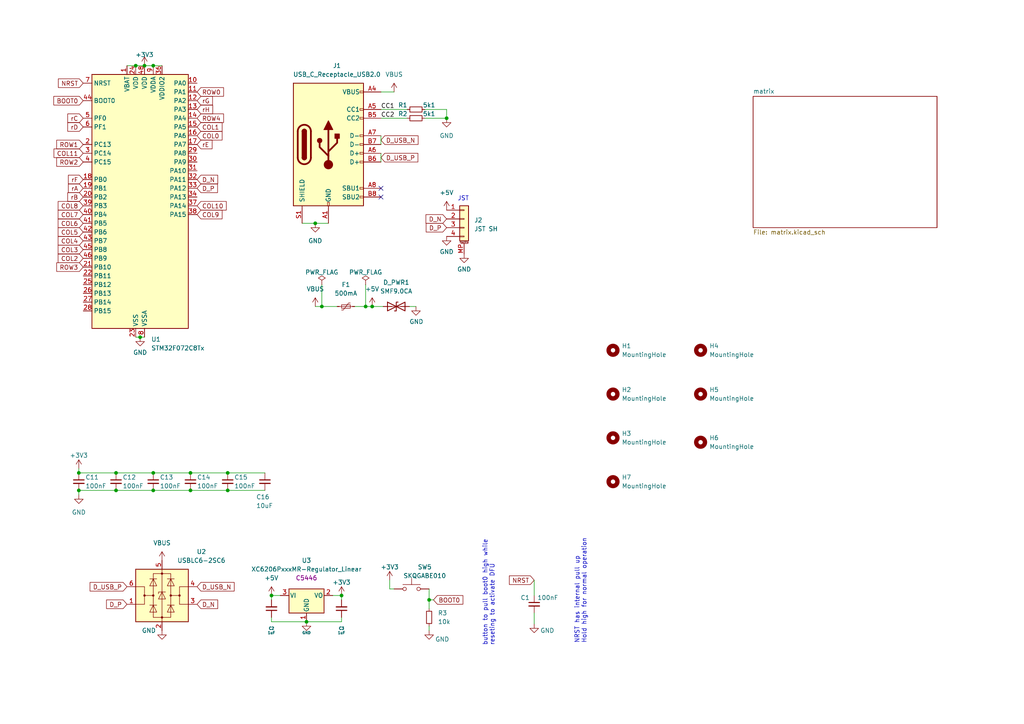
<source format=kicad_sch>
(kicad_sch (version 20231120) (generator "eeschema") (generator_version "8.0")
  (paper "A4")
  (lib_symbols
    (symbol "Connector:USB_C_Receptacle_USB2.0" (pin_names (offset 1.016))
      (property "Reference" "J" (at -10.16 19.05 0))
      (property "Value" "USB_C_Receptacle_USB2.0" (at 19.05 19.05 0))
      (symbol "USB_C_Receptacle_USB2.0_0_0"
        (rectangle (start -0.254 -17.78) (end 0.254 -16.764))
        (rectangle (start 10.16 -14.986) (end 9.144 -15.494))
        (rectangle (start 10.16 -12.446) (end 9.144 -12.954))
        (rectangle (start 10.16 -4.826) (end 9.144 -5.334))
        (rectangle (start 10.16 -2.286) (end 9.144 -2.794))
        (rectangle (start 10.16 0.254) (end 9.144 -0.254))
        (rectangle (start 10.16 2.794) (end 9.144 2.286))
        (rectangle (start 10.16 7.874) (end 9.144 7.366))
        (rectangle (start 10.16 10.414) (end 9.144 9.906))
        (rectangle (start 10.16 15.494) (end 9.144 14.986))
      )
      (symbol "USB_C_Receptacle_USB2.0_0_1"
        (rectangle (start -10.16 17.78) (end 10.16 -17.78) (stroke (width 0.254)) (fill (type background)))
        (arc (start -8.89 -3.81) (mid -6.985 -5.7067) (end -5.08 -3.81) (stroke (width 0.508)))
        (arc (start -7.62 -3.81) (mid -6.985 -4.4423) (end -6.35 -3.81) (stroke (width 0.254)))
        (arc (start -7.62 -3.81) (mid -6.985 -4.4423) (end -6.35 -3.81) (stroke (width 0.254)) (fill (type outline)))
        (rectangle (start -7.62 -3.81) (end -6.35 3.81) (stroke (width 0.254)) (fill (type outline)))
        (arc (start -6.35 3.81) (mid -6.985 4.4423) (end -7.62 3.81) (stroke (width 0.254)))
        (arc (start -6.35 3.81) (mid -6.985 4.4423) (end -7.62 3.81) (stroke (width 0.254)) (fill (type outline)))
        (arc (start -5.08 3.81) (mid -6.985 5.7067) (end -8.89 3.81) (stroke (width 0.508)))
        (circle (center -2.54 1.143) (radius 0.635) (stroke (width 0.254)) (fill (type outline)))
        (circle (center 0 -5.842) (radius 1.27) (fill (type outline)))
        (polyline (pts (xy -8.89 -3.81) (xy -8.89 3.81)) (stroke (width 0.508)))
        (polyline (pts (xy -5.08 3.81) (xy -5.08 -3.81)) (stroke (width 0.508)))
        (polyline (pts (xy 0 -5.842) (xy 0 4.318)) (stroke (width 0.508)))
        (polyline (pts (xy 0 -3.302) (xy -2.54 -0.762) (xy -2.54 0.508)) (stroke (width 0.508)))
        (polyline (pts (xy 0 -2.032) (xy 2.54 0.508) (xy 2.54 1.778)) (stroke (width 0.508)))
        (polyline (pts (xy -1.27 4.318) (xy 0 6.858) (xy 1.27 4.318) (xy -1.27 4.318)) (stroke (width 0.254)) (fill (type outline)))
        (rectangle (start 1.905 1.778) (end 3.175 3.048) (stroke (width 0.254)) (fill (type outline)))
      )
      (symbol "USB_C_Receptacle_USB2.0_1_1"
        (pin passive line (at 0 -22.86 90) (length 5.08) (name "GND") (number "A1"))
        (pin passive line (at 0 -22.86 90) (length 5.08) hide (name "GND") (number "A12"))
        (pin passive line (at 15.24 15.24 180) (length 5.08) (name "VBUS") (number "A4"))
        (pin bidirectional line (at 15.24 10.16 180) (length 5.08) (name "CC1") (number "A5"))
        (pin bidirectional line (at 15.24 -2.54 180) (length 5.08) (name "D+") (number "A6"))
        (pin bidirectional line (at 15.24 2.54 180) (length 5.08) (name "D-") (number "A7"))
        (pin bidirectional line (at 15.24 -12.7 180) (length 5.08) (name "SBU1") (number "A8"))
        (pin passive line (at 15.24 15.24 180) (length 5.08) hide (name "VBUS") (number "A9"))
        (pin passive line (at 0 -22.86 90) (length 5.08) hide (name "GND") (number "B1"))
        (pin passive line (at 0 -22.86 90) (length 5.08) hide (name "GND") (number "B12"))
        (pin passive line (at 15.24 15.24 180) (length 5.08) hide (name "VBUS") (number "B4"))
        (pin bidirectional line (at 15.24 7.62 180) (length 5.08) (name "CC2") (number "B5"))
        (pin bidirectional line (at 15.24 -5.08 180) (length 5.08) (name "D+") (number "B6"))
        (pin bidirectional line (at 15.24 0 180) (length 5.08) (name "D-") (number "B7"))
        (pin bidirectional line (at 15.24 -15.24 180) (length 5.08) (name "SBU2") (number "B8"))
        (pin passive line (at 15.24 15.24 180) (length 5.08) hide (name "VBUS") (number "B9"))
        (pin passive line (at -7.62 -22.86 90) (length 5.08) (name "SHIELD") (number "S1"))
      )
    )
    (symbol "Connector_Generic_MountingPin:Conn_01x04_MountingPin" (pin_names (offset 1.016) hide)
      (property "Reference" "J" (at 0 5.08 0))
      (property "Value" "Conn_01x04_MountingPin" (at 1.27 -7.62 0))
      (symbol "Conn_01x04_MountingPin_1_1"
        (rectangle (start -1.27 -4.953) (end 0 -5.207) (stroke (width 0.1524)))
        (rectangle (start -1.27 -2.413) (end 0 -2.667) (stroke (width 0.1524)))
        (rectangle (start -1.27 0.127) (end 0 -0.127) (stroke (width 0.1524)))
        (rectangle (start -1.27 2.667) (end 0 2.413) (stroke (width 0.1524)))
        (rectangle (start -1.27 3.81) (end 1.27 -6.35) (stroke (width 0.254)) (fill (type background)))
        (polyline (pts (xy -1.016 -7.112) (xy 1.016 -7.112)) (stroke (width 0.1524)))
        (text "Mounting" (at 0 -6.731 0) (effects (font (size 0.381 0.381))))
        (pin passive line (at -5.08 2.54 0) (length 3.81) (name "Pin_1") (number "1"))
        (pin passive line (at -5.08 0 0) (length 3.81) (name "Pin_2") (number "2"))
        (pin passive line (at -5.08 -2.54 0) (length 3.81) (name "Pin_3") (number "3"))
        (pin passive line (at -5.08 -5.08 0) (length 3.81) (name "Pin_4") (number "4"))
        (pin passive line (at 0 -10.16 90) (length 3.048) (name "MountPin") (number "MP"))
      )
    )
    (symbol "Device:C_Small" (pin_numbers hide) (pin_names (offset 0.254) hide)
      (property "Reference" "C" (at 0.254 1.778 0))
      (property "Value" "C_Small" (at 0.254 -2.032 0))
      (symbol "C_Small_0_1"
        (polyline (pts (xy -1.524 -0.508) (xy 1.524 -0.508)) (stroke (width 0.3302)))
        (polyline (pts (xy -1.524 0.508) (xy 1.524 0.508)) (stroke (width 0.3048)))
      )
      (symbol "C_Small_1_1"
        (pin passive line (at 0 2.54 270) (length 2.032) (name "~") (number "1"))
        (pin passive line (at 0 -2.54 90) (length 2.032) (name "~") (number "2"))
      )
    )
    (symbol "Device:D_TVS" (pin_numbers hide) (pin_names (offset 1.016) hide)
      (property "Reference" "D" (at 0 2.54 0))
      (property "Value" "D_TVS" (at 0 -2.54 0))
      (symbol "D_TVS_0_1"
        (polyline (pts (xy 1.27 0) (xy -1.27 0)))
        (polyline (pts (xy 0.508 1.27) (xy 0 1.27) (xy 0 -1.27) (xy -0.508 -1.27)) (stroke (width 0.254)))
        (polyline (pts (xy -2.54 1.27) (xy -2.54 -1.27) (xy 2.54 1.27) (xy 2.54 -1.27) (xy -2.54 1.27)) (stroke (width 0.254)))
      )
      (symbol "D_TVS_1_1"
        (pin passive line (at -3.81 0 0) (length 2.54) (name "A1") (number "1"))
        (pin passive line (at 3.81 0 180) (length 2.54) (name "A2") (number "2"))
      )
    )
    (symbol "Device:Polyfuse_Small" (pin_numbers hide) (pin_names (offset 0))
      (property "Reference" "F" (at -1.905 0 90))
      (property "Value" "Polyfuse_Small" (at 1.905 0 90))
      (symbol "Polyfuse_Small_0_1"
        (rectangle (start -0.508 1.27) (end 0.508 -1.27))
        (polyline (pts (xy 0 2.54) (xy 0 -2.54)))
        (polyline (pts (xy -1.016 1.27) (xy -1.016 0.762) (xy 1.016 -0.762) (xy 1.016 -1.27)))
      )
      (symbol "Polyfuse_Small_1_1"
        (pin passive line (at 0 2.54 270) (length 0.635) (name "~") (number "1"))
        (pin passive line (at 0 -2.54 90) (length 0.635) (name "~") (number "2"))
      )
    )
    (symbol "Device:R_Small" (pin_numbers hide) (pin_names (offset 0.254) hide)
      (property "Reference" "R" (at 0.762 0.508 0))
      (property "Value" "R_Small" (at 0.762 -1.016 0))
      (symbol "R_Small_0_1"
        (rectangle (start -0.762 1.778) (end 0.762 -1.778) (stroke (width 0.2032)))
      )
      (symbol "R_Small_1_1"
        (pin passive line (at 0 2.54 270) (length 0.762) (name "~") (number "1"))
        (pin passive line (at 0 -2.54 90) (length 0.762) (name "~") (number "2"))
      )
    )
    (symbol "GND_2" (power) (pin_names (offset 0))
      (property "Value" "GND_2" (at 0 -3.81 0))
      (symbol "GND_2_0_1"
        (polyline (pts (xy 0 0) (xy 0 -1.27) (xy 1.27 -1.27) (xy 0 -2.54) (xy -1.27 -1.27) (xy 0 -1.27)))
      )
      (symbol "GND_2_1_1"
        (pin power_in line (at 0 0 270) (length 0) hide (name "GND") (number "1"))
      )
    )
    (symbol "GND_4" (power) (pin_names (offset 0))
      (property "Value" "GND_4" (at 0 -3.81 0))
      (symbol "GND_4_0_1"
        (polyline (pts (xy 0 0) (xy 0 -1.27) (xy 1.27 -1.27) (xy 0 -2.54) (xy -1.27 -1.27) (xy 0 -1.27)))
      )
      (symbol "GND_4_1_1"
        (pin power_in line (at 0 0 270) (length 0) hide (name "GND") (number "1"))
      )
    )
    (symbol "MCU_ST_STM32F0:STM32F072C8Tx"
      (property "Reference" "U" (at -12.7 39.37 0))
      (property "Value" "STM32F072C8Tx" (at 10.16 39.37 0))
      (symbol "STM32F072C8Tx_0_1"
        (rectangle (start -12.7 -35.56) (end 15.24 38.1) (stroke (width 0.254)) (fill (type background)))
      )
      (symbol "STM32F072C8Tx_1_1"
        (pin power_in line (at -2.54 40.64 270) (length 2.54) (name "VBAT") (number "1"))
        (pin bidirectional line (at 17.78 35.56 180) (length 2.54) (name "PA0") (number "10"))
        (pin bidirectional line (at 17.78 33.02 180) (length 2.54) (name "PA1") (number "11"))
        (pin bidirectional line (at 17.78 30.48 180) (length 2.54) (name "PA2") (number "12"))
        (pin bidirectional line (at 17.78 27.94 180) (length 2.54) (name "PA3") (number "13"))
        (pin bidirectional line (at 17.78 25.4 180) (length 2.54) (name "PA4") (number "14"))
        (pin bidirectional line (at 17.78 22.86 180) (length 2.54) (name "PA5") (number "15"))
        (pin bidirectional line (at 17.78 20.32 180) (length 2.54) (name "PA6") (number "16"))
        (pin bidirectional line (at 17.78 17.78 180) (length 2.54) (name "PA7") (number "17"))
        (pin bidirectional line (at -15.24 7.62 0) (length 2.54) (name "PB0") (number "18"))
        (pin bidirectional line (at -15.24 5.08 0) (length 2.54) (name "PB1") (number "19"))
        (pin bidirectional line (at -15.24 17.78 0) (length 2.54) (name "PC13") (number "2"))
        (pin bidirectional line (at -15.24 2.54 0) (length 2.54) (name "PB2") (number "20"))
        (pin bidirectional line (at -15.24 -17.78 0) (length 2.54) (name "PB10") (number "21"))
        (pin bidirectional line (at -15.24 -20.32 0) (length 2.54) (name "PB11") (number "22"))
        (pin power_in line (at 0 -38.1 90) (length 2.54) (name "VSS") (number "23"))
        (pin power_in line (at 0 40.64 270) (length 2.54) (name "VDD") (number "24"))
        (pin bidirectional line (at -15.24 -22.86 0) (length 2.54) (name "PB12") (number "25"))
        (pin bidirectional line (at -15.24 -25.4 0) (length 2.54) (name "PB13") (number "26"))
        (pin bidirectional line (at -15.24 -27.94 0) (length 2.54) (name "PB14") (number "27"))
        (pin bidirectional line (at -15.24 -30.48 0) (length 2.54) (name "PB15") (number "28"))
        (pin bidirectional line (at 17.78 15.24 180) (length 2.54) (name "PA8") (number "29"))
        (pin bidirectional line (at -15.24 15.24 0) (length 2.54) (name "PC14") (number "3"))
        (pin bidirectional line (at 17.78 12.7 180) (length 2.54) (name "PA9") (number "30"))
        (pin bidirectional line (at 17.78 10.16 180) (length 2.54) (name "PA10") (number "31"))
        (pin bidirectional line (at 17.78 7.62 180) (length 2.54) (name "PA11") (number "32"))
        (pin bidirectional line (at 17.78 5.08 180) (length 2.54) (name "PA12") (number "33"))
        (pin bidirectional line (at 17.78 2.54 180) (length 2.54) (name "PA13") (number "34"))
        (pin passive line (at 0 -38.1 90) (length 2.54) hide (name "VSS") (number "35"))
        (pin power_in line (at 7.62 40.64 270) (length 2.54) (name "VDDIO2") (number "36"))
        (pin bidirectional line (at 17.78 0 180) (length 2.54) (name "PA14") (number "37"))
        (pin bidirectional line (at 17.78 -2.54 180) (length 2.54) (name "PA15") (number "38"))
        (pin bidirectional line (at -15.24 0 0) (length 2.54) (name "PB3") (number "39"))
        (pin bidirectional line (at -15.24 12.7 0) (length 2.54) (name "PC15") (number "4"))
        (pin bidirectional line (at -15.24 -2.54 0) (length 2.54) (name "PB4") (number "40"))
        (pin bidirectional line (at -15.24 -5.08 0) (length 2.54) (name "PB5") (number "41"))
        (pin bidirectional line (at -15.24 -7.62 0) (length 2.54) (name "PB6") (number "42"))
        (pin bidirectional line (at -15.24 -10.16 0) (length 2.54) (name "PB7") (number "43"))
        (pin input line (at -15.24 30.48 0) (length 2.54) (name "BOOT0") (number "44"))
        (pin bidirectional line (at -15.24 -12.7 0) (length 2.54) (name "PB8") (number "45"))
        (pin bidirectional line (at -15.24 -15.24 0) (length 2.54) (name "PB9") (number "46"))
        (pin passive line (at 0 -38.1 90) (length 2.54) hide (name "VSS") (number "47"))
        (pin power_in line (at 2.54 40.64 270) (length 2.54) (name "VDD") (number "48"))
        (pin bidirectional line (at -15.24 25.4 0) (length 2.54) (name "PF0") (number "5"))
        (pin bidirectional line (at -15.24 22.86 0) (length 2.54) (name "PF1") (number "6"))
        (pin input line (at -15.24 35.56 0) (length 2.54) (name "NRST") (number "7"))
        (pin power_in line (at 2.54 -38.1 90) (length 2.54) (name "VSSA") (number "8"))
        (pin power_in line (at 5.08 40.64 270) (length 2.54) (name "VDDA") (number "9"))
      )
    )
    (symbol "Mechanical:MountingHole" (pin_names (offset 1.016)) (exclude_from_sim yes) (in_bom no)
      (property "Reference" "H" (at 0 5.08 0))
      (property "Value" "MountingHole" (at 0 3.175 0))
      (symbol "MountingHole_0_1"
        (circle (center 0 0) (radius 1.27) (stroke (width 1.27)))
      )
    )
    (symbol "Power_Protection:USBLC6-2SC6" (pin_names hide)
      (property "Reference" "U" (at 2.54 8.89 0))
      (property "Value" "USBLC6-2SC6" (at 2.54 -8.89 0))
      (symbol "USBLC6-2SC6_0_1"
        (rectangle (start -7.62 -7.62) (end 7.62 7.62) (stroke (width 0.254)) (fill (type background)))
        (circle (center -5.08 0) (radius 0.254) (fill (type outline)))
        (circle (center -2.54 0) (radius 0.254) (fill (type outline)))
        (rectangle (start -2.54 6.35) (end 2.54 -6.35))
        (circle (center 0 -6.35) (radius 0.254) (fill (type outline)))
        (polyline (pts (xy -5.08 -2.54) (xy -7.62 -2.54)))
        (polyline (pts (xy -5.08 0) (xy -5.08 -2.54)))
        (polyline (pts (xy -5.08 2.54) (xy -7.62 2.54)))
        (polyline (pts (xy -1.524 -2.794) (xy -3.556 -2.794)))
        (polyline (pts (xy -1.524 4.826) (xy -3.556 4.826)))
        (polyline (pts (xy 0 -7.62) (xy 0 -6.35)))
        (polyline (pts (xy 0 -6.35) (xy 0 1.27)))
        (polyline (pts (xy 0 1.27) (xy 0 6.35)))
        (polyline (pts (xy 0 6.35) (xy 0 7.62)))
        (polyline (pts (xy 1.524 -2.794) (xy 3.556 -2.794)))
        (polyline (pts (xy 1.524 4.826) (xy 3.556 4.826)))
        (polyline (pts (xy 5.08 -2.54) (xy 7.62 -2.54)))
        (polyline (pts (xy 5.08 0) (xy 5.08 -2.54)))
        (polyline (pts (xy 5.08 2.54) (xy 7.62 2.54)))
        (polyline (pts (xy -2.54 0) (xy -5.08 0) (xy -5.08 2.54)))
        (polyline (pts (xy 2.54 0) (xy 5.08 0) (xy 5.08 2.54)))
        (polyline (pts (xy -3.556 -4.826) (xy -1.524 -4.826) (xy -2.54 -2.794) (xy -3.556 -4.826)))
        (polyline (pts (xy -3.556 2.794) (xy -1.524 2.794) (xy -2.54 4.826) (xy -3.556 2.794)))
        (polyline (pts (xy -1.016 -1.016) (xy 1.016 -1.016) (xy 0 1.016) (xy -1.016 -1.016)))
        (polyline (pts (xy 1.016 1.016) (xy 0.762 1.016) (xy -1.016 1.016) (xy -1.016 0.508)))
        (polyline (pts (xy 3.556 -4.826) (xy 1.524 -4.826) (xy 2.54 -2.794) (xy 3.556 -4.826)))
        (polyline (pts (xy 3.556 2.794) (xy 1.524 2.794) (xy 2.54 4.826) (xy 3.556 2.794)))
        (circle (center 0 6.35) (radius 0.254) (fill (type outline)))
        (circle (center 2.54 0) (radius 0.254) (fill (type outline)))
        (circle (center 5.08 0) (radius 0.254) (fill (type outline)))
      )
      (symbol "USBLC6-2SC6_1_1"
        (pin passive line (at -10.16 -2.54 0) (length 2.54) (name "I/O1") (number "1"))
        (pin passive line (at 0 -10.16 90) (length 2.54) (name "GND") (number "2"))
        (pin passive line (at 10.16 -2.54 180) (length 2.54) (name "I/O2") (number "3"))
        (pin passive line (at 10.16 2.54 180) (length 2.54) (name "I/O2") (number "4"))
        (pin passive line (at 0 10.16 270) (length 2.54) (name "VBUS") (number "5"))
        (pin passive line (at -10.16 2.54 0) (length 2.54) (name "I/O1") (number "6"))
      )
    )
    (symbol "Switch:SW_Push" (pin_numbers hide) (pin_names (offset 1.016) hide)
      (property "Reference" "SW" (at 1.27 2.54 0))
      (property "Value" "SW_Push" (at 0 -1.524 0))
      (symbol "SW_Push_0_1"
        (circle (center -2.032 0) (radius 0.508))
        (polyline (pts (xy 0 1.27) (xy 0 3.048)))
        (polyline (pts (xy 2.54 1.27) (xy -2.54 1.27)))
        (circle (center 2.032 0) (radius 0.508))
        (pin passive line (at -5.08 0 0) (length 2.54) (name "1") (number "1"))
        (pin passive line (at 5.08 0 180) (length 2.54) (name "2") (number "2"))
      )
    )
    (symbol "kicad-keyboard-parts:XC6206PxxxMR-Regulator_Linear" (pin_names (offset 0.254))
      (property "Reference" "U" (at -3.81 3.175 0))
      (property "Value" "XC6206PxxxMR-Regulator_Linear" (at 0 3.175 0))
      (property "LCSC" "C5446" (at 0 0 0))
      (symbol "XC6206PxxxMR-Regulator_Linear_0_1"
        (rectangle (start -5.08 1.905) (end 5.08 -5.08) (stroke (width 0.254)) (fill (type background)))
      )
      (symbol "XC6206PxxxMR-Regulator_Linear_1_1"
        (pin power_in line (at 0 -7.62 90) (length 2.54) (name "GND") (number "1"))
        (pin power_out line (at 7.62 0 180) (length 2.54) (name "VO") (number "2"))
        (pin power_in line (at -7.62 0 0) (length 2.54) (name "VI") (number "3"))
      )
    )
    (symbol "power:+3V3" (power) (pin_names (offset 0))
      (property "Value" "+3V3" (at 0 3.556 0))
      (symbol "+3V3_0_1"
        (polyline (pts (xy -0.762 1.27) (xy 0 2.54)))
        (polyline (pts (xy 0 0) (xy 0 2.54)))
        (polyline (pts (xy 0 2.54) (xy 0.762 1.27)))
      )
      (symbol "+3V3_1_1"
        (pin power_in line (at 0 0 90) (length 0) hide (name "+3V3") (number "1"))
      )
    )
    (symbol "power:+5V" (power) (pin_names (offset 0))
      (property "Value" "+5V" (at 0 3.556 0))
      (symbol "+5V_0_1"
        (polyline (pts (xy -0.762 1.27) (xy 0 2.54)))
        (polyline (pts (xy 0 0) (xy 0 2.54)))
        (polyline (pts (xy 0 2.54) (xy 0.762 1.27)))
      )
      (symbol "+5V_1_1"
        (pin power_in line (at 0 0 90) (length 0) hide (name "+5V") (number "1"))
      )
    )
    (symbol "power:GND" (power) (pin_names (offset 0))
      (property "Value" "GND" (at 0 -3.81 0))
      (symbol "GND_0_1"
        (polyline (pts (xy 0 0) (xy 0 -1.27) (xy 1.27 -1.27) (xy 0 -2.54) (xy -1.27 -1.27) (xy 0 -1.27)))
      )
      (symbol "GND_1_1"
        (pin power_in line (at 0 0 270) (length 0) hide (name "GND") (number "1"))
      )
    )
    (symbol "power:PWR_FLAG" (power) (pin_numbers hide) (pin_names (offset 0) hide)
      (property "Value" "PWR_FLAG" (at 0 3.81 0))
      (symbol "PWR_FLAG_0_0"
        (pin power_out line (at 0 0 90) (length 0) (name "pwr") (number "1"))
      )
      (symbol "PWR_FLAG_0_1"
        (polyline (pts (xy 0 0) (xy 0 1.27) (xy -1.016 1.905) (xy 0 2.54) (xy 1.016 1.905) (xy 0 1.27)))
      )
    )
    (symbol "power:VBUS" (power) (pin_names (offset 0))
      (property "Value" "VBUS" (at 0 3.81 0))
      (symbol "VBUS_0_1"
        (polyline (pts (xy -0.762 1.27) (xy 0 2.54)))
        (polyline (pts (xy 0 0) (xy 0 2.54)))
        (polyline (pts (xy 0 2.54) (xy 0.762 1.27)))
      )
      (symbol "VBUS_1_1"
        (pin power_in line (at 0 0 90) (length 0) hide (name "VBUS") (number "1"))
      )
    )
  )
  (junction (at 39.37 19.05))
  (junction (at 44.45 137.16))
  (junction (at 107.95 88.9))
  (junction (at 91.44 64.77))
  (junction (at 129.54 34.29))
  (junction (at 124.46 173.99))
  (junction (at 40.64 97.79))
  (junction (at 44.45 19.05))
  (junction (at 44.45 142.24))
  (junction (at 55.245 142.24))
  (junction (at 22.86 137.16))
  (junction (at 66.04 142.24))
  (junction (at 41.91 19.05))
  (junction (at 66.04 137.16))
  (junction (at 93.345 88.9))
  (junction (at 33.655 137.16))
  (junction (at 33.655 142.24))
  (junction (at 22.86 142.24))
  (junction (at 99.06 172.72))
  (junction (at 106.045 88.9))
  (junction (at 88.9 180.34) (diameter 0.9144))
  (junction (at 55.245 137.16))
  (junction (at 78.74 172.72) (diameter 0.9144))
  (no_connect (at 110.49 57.15))
  (no_connect (at 110.49 54.61))
  (wire (pts (xy 113.03 170.815) (xy 113.03 168.275)))
  (wire (pts (xy 36.83 19.05) (xy 39.37 19.05)))
  (wire (pts (xy 93.345 82.55) (xy 93.345 88.9)))
  (wire (pts (xy 102.87 88.9) (xy 106.045 88.9)))
  (wire (pts (xy 78.74 179.07) (xy 78.74 180.34)))
  (wire (pts (xy 40.64 97.79) (xy 41.91 97.79)))
  (wire (pts (xy 39.37 97.79) (xy 40.64 97.79)))
  (wire (pts (xy 22.86 135.89) (xy 22.86 137.16)))
  (wire (pts (xy 39.37 19.05) (xy 41.91 19.05)))
  (wire (pts (xy 78.74 172.72) (xy 81.28 172.72)))
  (wire (pts (xy 110.49 26.67) (xy 114.3 26.67)))
  (wire (pts (xy 66.04 137.16) (xy 76.835 137.16)))
  (wire (pts (xy 41.91 19.05) (xy 44.45 19.05)))
  (wire (pts (xy 110.49 44.45) (xy 110.49 46.99)))
  (wire (pts (xy 88.9 180.34) (xy 78.74 180.34)))
  (wire (pts (xy 33.655 137.16) (xy 44.45 137.16)))
  (wire (pts (xy 99.06 172.72) (xy 99.06 173.99)))
  (wire (pts (xy 55.245 137.16) (xy 66.04 137.16)))
  (wire (pts (xy 123.19 31.75) (xy 129.54 31.75)))
  (wire (pts (xy 88.9 180.34) (xy 99.06 180.34)))
  (wire (pts (xy 110.49 39.37) (xy 110.49 41.91)))
  (wire (pts (xy 44.45 19.05) (xy 46.99 19.05)))
  (wire (pts (xy 22.86 137.16) (xy 33.655 137.16)))
  (wire (pts (xy 124.46 173.99) (xy 125.73 173.99)))
  (wire (pts (xy 22.86 142.24) (xy 33.655 142.24)))
  (wire (pts (xy 96.52 172.72) (xy 99.06 172.72)))
  (wire (pts (xy 124.46 173.99) (xy 124.46 176.53)))
  (wire (pts (xy 107.95 88.9) (xy 111.125 88.9)))
  (wire (pts (xy 44.45 137.16) (xy 55.245 137.16)))
  (wire (pts (xy 91.44 64.77) (xy 95.25 64.77)))
  (wire (pts (xy 123.19 34.29) (xy 129.54 34.29)))
  (wire (pts (xy 110.49 34.29) (xy 118.11 34.29)))
  (wire (pts (xy 118.745 88.9) (xy 120.65 88.9)))
  (wire (pts (xy 66.04 142.24) (xy 76.835 142.24)))
  (wire (pts (xy 55.245 142.24) (xy 66.04 142.24)))
  (wire (pts (xy 106.045 82.55) (xy 106.045 88.9)))
  (wire (pts (xy 44.45 142.24) (xy 55.245 142.24)))
  (wire (pts (xy 33.655 142.24) (xy 44.45 142.24)))
  (wire (pts (xy 87.63 64.77) (xy 91.44 64.77)))
  (wire (pts (xy 124.46 181.61) (xy 124.46 182.88)))
  (wire (pts (xy 22.86 143.51) (xy 22.86 142.24)))
  (wire (pts (xy 106.045 88.9) (xy 107.95 88.9)))
  (wire (pts (xy 110.49 31.75) (xy 118.11 31.75)))
  (wire (pts (xy 154.94 168.275) (xy 154.94 172.72)))
  (wire (pts (xy 129.54 31.75) (xy 129.54 34.29)))
  (wire (pts (xy 114.3 170.815) (xy 113.03 170.815)))
  (wire (pts (xy 78.74 172.72) (xy 78.74 173.99)))
  (wire (pts (xy 99.06 179.07) (xy 99.06 180.34)))
  (wire (pts (xy 154.94 180.975) (xy 154.94 177.8)))
  (wire (pts (xy 124.46 170.815) (xy 124.46 173.99)))
  (wire (pts (xy 91.44 88.9) (xy 93.345 88.9)))
  (wire (pts (xy 93.345 88.9) (xy 97.79 88.9)))
  (text "button to pull boot0 high while \nreseting to activate DFU" (at 143.51 187.325 90) (effects (font (size 1.27 1.27)) (justify left bottom)))
  (text "NRST has internal pull up\nHold high for normal operation" (at 170.18 186.69 90) (effects (font (size 1.27 1.27)) (justify left bottom)))
  (text "JST" (at 132.715 58.42 0) (effects (font (size 1.27 1.27)) (justify left bottom)))
  (label "CC2" (at 110.49 34.29 0))
  (label "CC1" (at 110.49 31.75 0))
  (global_label "ROW0" (shape input) (at 57.15 26.67 0) (property "Intersheetrefs" "${INTERSHEET_REFS}" (effects (hide yes))))
  (global_label "COL7" (shape input) (at 24.13 62.23 180) (property "Intersheetrefs" "${INTERSHEET_REFS}" (effects (hide yes))))
  (global_label "D_N" (shape input) (at 57.15 52.07 0) (property "Intersheetrefs" "${INTERSHEET_REFS}" (effects (hide yes))))
  (global_label "NRST" (shape input) (at 24.13 24.13 180) (property "Intersheetrefs" "${INTERSHEET_REFS}" (effects (hide yes))))
  (global_label "D_USB_N" (shape input) (at 57.15 170.18 0) (property "Intersheetrefs" "${INTERSHEET_REFS}" (effects (hide yes))))
  (global_label "rB" (shape input) (at 24.13 57.15 180) (property "Intersheetrefs" "${INTERSHEET_REFS}" (effects (hide yes))))
  (global_label "rA" (shape input) (at 24.13 54.61 180) (property "Intersheetrefs" "${INTERSHEET_REFS}" (effects (hide yes))))
  (global_label "ROW1" (shape input) (at 24.13 41.91 180) (property "Intersheetrefs" "${INTERSHEET_REFS}" (effects (hide yes))))
  (global_label "COL11" (shape input) (at 24.13 44.45 180) (property "Intersheetrefs" "${INTERSHEET_REFS}" (effects (hide yes))))
  (global_label "COL2" (shape input) (at 24.13 74.93 180) (property "Intersheetrefs" "${INTERSHEET_REFS}" (effects (hide yes))))
  (global_label "D_N" (shape input) (at 129.54 63.5 180) (property "Intersheetrefs" "${INTERSHEET_REFS}" (effects (hide yes))))
  (global_label "rD" (shape input) (at 24.13 36.83 180) (property "Intersheetrefs" "${INTERSHEET_REFS}" (effects (hide yes))))
  (global_label "ROW4" (shape input) (at 57.15 34.29 0) (property "Intersheetrefs" "${INTERSHEET_REFS}" (effects (hide yes))))
  (global_label "COL1" (shape input) (at 57.15 36.83 0) (property "Intersheetrefs" "${INTERSHEET_REFS}" (effects (hide yes))))
  (global_label "NRST" (shape input) (at 154.94 168.275 180) (property "Intersheetrefs" "${INTERSHEET_REFS}" (effects (hide yes))))
  (global_label "COL10" (shape input) (at 57.15 59.69 0) (property "Intersheetrefs" "${INTERSHEET_REFS}" (effects (hide yes))))
  (global_label "D_USB_P" (shape input) (at 36.83 170.18 180) (property "Intersheetrefs" "${INTERSHEET_REFS}" (effects (hide yes))))
  (global_label "D_P" (shape input) (at 57.15 54.61 0) (property "Intersheetrefs" "${INTERSHEET_REFS}" (effects (hide yes))))
  (global_label "COL8" (shape input) (at 24.13 59.69 180) (property "Intersheetrefs" "${INTERSHEET_REFS}" (effects (hide yes))))
  (global_label "D_USB_N" (shape input) (at 110.49 40.64 0) (property "Intersheetrefs" "${INTERSHEET_REFS}" (effects (hide yes))))
  (global_label "BOOT0" (shape input) (at 125.73 173.99 0) (property "Intersheetrefs" "${INTERSHEET_REFS}" (effects (hide yes))))
  (global_label "BOOT0" (shape input) (at 24.13 29.21 180) (property "Intersheetrefs" "${INTERSHEET_REFS}" (effects (hide yes))))
  (global_label "rE" (shape input) (at 57.15 41.91 0) (property "Intersheetrefs" "${INTERSHEET_REFS}" (effects (hide yes))))
  (global_label "COL4" (shape input) (at 24.13 69.85 180) (property "Intersheetrefs" "${INTERSHEET_REFS}" (effects (hide yes))))
  (global_label "COL3" (shape input) (at 24.13 72.39 180) (property "Intersheetrefs" "${INTERSHEET_REFS}" (effects (hide yes))))
  (global_label "rH" (shape input) (at 57.15 31.75 0) (property "Intersheetrefs" "${INTERSHEET_REFS}" (effects (hide yes))))
  (global_label "ROW2" (shape input) (at 24.13 46.99 180) (property "Intersheetrefs" "${INTERSHEET_REFS}" (effects (hide yes))))
  (global_label "D_USB_P" (shape input) (at 110.49 45.72 0) (property "Intersheetrefs" "${INTERSHEET_REFS}" (effects (hide yes))))
  (global_label "COL9" (shape input) (at 57.15 62.23 0) (property "Intersheetrefs" "${INTERSHEET_REFS}" (effects (hide yes))))
  (global_label "COL0" (shape input) (at 57.15 39.37 0) (property "Intersheetrefs" "${INTERSHEET_REFS}" (effects (hide yes))))
  (global_label "D_P" (shape input) (at 129.54 66.04 180) (property "Intersheetrefs" "${INTERSHEET_REFS}" (effects (hide yes))))
  (global_label "ROW3" (shape input) (at 24.13 77.47 180) (property "Intersheetrefs" "${INTERSHEET_REFS}" (effects (hide yes))))
  (global_label "D_P" (shape input) (at 36.83 175.26 180) (property "Intersheetrefs" "${INTERSHEET_REFS}" (effects (hide yes))))
  (global_label "rF" (shape input) (at 24.13 52.07 180) (property "Intersheetrefs" "${INTERSHEET_REFS}" (effects (hide yes))))
  (global_label "rG" (shape input) (at 57.15 29.21 0) (property "Intersheetrefs" "${INTERSHEET_REFS}" (effects (hide yes))))
  (global_label "COL6" (shape input) (at 24.13 64.77 180) (property "Intersheetrefs" "${INTERSHEET_REFS}" (effects (hide yes))))
  (global_label "rC" (shape input) (at 24.13 34.29 180) (property "Intersheetrefs" "${INTERSHEET_REFS}" (effects (hide yes))))
  (global_label "D_N" (shape input) (at 57.15 175.26 0) (property "Intersheetrefs" "${INTERSHEET_REFS}" (effects (hide yes))))
  (global_label "COL5" (shape input) (at 24.13 67.31 180) (property "Intersheetrefs" "${INTERSHEET_REFS}" (effects (hide yes))))
  (symbol (lib_name "GND_4") (lib_id "power:GND") (at 91.44 64.77 0) (unit 1)
    (property "Reference" "#PWR015" (effects (hide yes)))
    (property "Value" "GND" (at 91.44 69.85 0))
  )
  (symbol (lib_id "power:GND") (at 124.46 182.88 0) (unit 1)
    (property "Reference" "#PWR023" (effects (hide yes)))
    (property "Value" "GND" (at 128.27 185.42 0))
  )
  (symbol (lib_id "Device:C_Small") (at 55.245 139.7 0) (unit 1)
    (property "Reference" "C14" (at 57.15 138.43 0) (effects (justify left)))
    (property "Value" "100nF" (at 57.15 140.97 0) (effects (justify left)))
    (property "Footprint" "Capacitor_SMD:C_0603_1608Metric" (effects (hide yes)))
  )
  (symbol (lib_id "MCU_ST_STM32F0:STM32F072C8Tx") (at 39.37 59.69 0) (unit 1)
    (property "Reference" "U1" (at 43.8659 98.425 0) (effects (justify left)))
    (property "Value" "STM32F072C8Tx" (at 43.8659 100.965 0) (effects (justify left)))
    (property "Footprint" "Package_QFP:LQFP-48_7x7mm_P0.5mm" (effects (hide yes)))
    (property "Datasheet" "https://www.st.com/resource/en/datasheet/stm32f072c8.pdf" (effects (hide yes)))
  )
  (symbol (lib_id "Mechanical:MountingHole") (at 203.2 114.3 0) (unit 1) (exclude_from_sim yes) (in_bom no)
    (property "Reference" "H5" (at 205.74 113.0299 0) (effects (justify left)))
    (property "Value" "MountingHole" (at 205.74 115.5699 0) (effects (justify left)))
    (property "Footprint" "MountingHole:MountingHole_2.2mm_M2" (effects (hide yes)))
    (property "Description" "Mounting Hole without connection" (effects (hide yes)))
  )
  (symbol (lib_id "power:GND") (at 134.62 73.66 0) (unit 1)
    (property "Reference" "#PWR014" (effects (hide yes)))
    (property "Value" "GND" (at 134.62 78.1034 0))
  )
  (symbol (lib_id "power:GND") (at 129.54 68.58 0) (unit 1)
    (property "Reference" "#PWR010" (effects (hide yes)))
    (property "Value" "GND" (at 129.54 73.0234 0))
  )
  (symbol (lib_id "Device:Polyfuse_Small") (at 100.33 88.9 90) (unit 1)
    (property "Reference" "F1" (at 100.33 82.55 90))
    (property "Value" "500mA" (at 100.33 85.09 90))
    (property "Footprint" "Fuse:Fuse_1206_3216Metric" (effects (hide yes)))
    (property "LCSC" "C70076" (effects (hide yes)))
  )
  (symbol (lib_id "kicad-keyboard-parts:XC6206PxxxMR-Regulator_Linear") (at 88.9 172.72 0) (unit 1)
    (property "Reference" "U3" (at 88.9 162.56 0))
    (property "Value" "XC6206PxxxMR-Regulator_Linear" (at 88.9 165.1 0))
    (property "Footprint" "Package_TO_SOT_SMD:SOT-23" (effects (hide yes)))
    (property "Datasheet" "https://www.torexsemi.com/file/xc6206/XC6206.pdf" (effects (hide yes)))
    (property "LCSC" "C5446" (at 88.9 167.64 0))
  )
  (symbol (lib_id "power:+5V") (at 107.95 88.9 0) (unit 1)
    (property "Reference" "#PWR012" (effects (hide yes)))
    (property "Value" "+5V" (at 107.95 83.82 0))
  )
  (symbol (lib_id "Switch:SW_Push") (at 119.38 170.815 0) (unit 1)
    (property "Reference" "SW5" (at 123.19 164.465 0))
    (property "Value" "SKQGABE010" (at 123.19 167.005 0))
    (property "Footprint" "Button_Switch_SMD:SW_SPST_SKQG_WithoutStem" (effects (hide yes)))
    (property "LCSC" "C115351" (effects (hide yes)))
  )
  (symbol (lib_name "GND_2") (lib_id "power:GND") (at 40.64 97.79 0) (unit 1)
    (property "Reference" "#PWR06" (effects (hide yes)))
    (property "Value" "GND" (at 40.64 102.235 0))
  )
  (symbol (lib_id "power:VBUS") (at 114.3 26.67 0) (unit 1)
    (property "Reference" "#PWR07" (effects (hide yes)))
    (property "Value" "VBUS" (at 114.3 21.59 0))
  )
  (symbol (lib_id "Device:C_Small") (at 99.06 176.53 180) (unit 1)
    (property "Reference" "C3" (at 99.06 182.245 0) (effects (font (size 0.762 0.762))))
    (property "Value" "1uF" (at 99.06 183.515 0) (effects (font (size 0.762 0.762))))
    (property "Footprint" "Capacitor_SMD:C_0603_1608Metric" (effects (hide yes)))
    (property "LCSC" "C52923" (effects (hide yes)))
  )
  (symbol (lib_id "Device:R_Small") (at 124.46 179.07 0) (unit 1)
    (property "Reference" "R3" (at 127 177.7999 0) (effects (justify left)))
    (property "Value" "10k" (at 127 180.3399 0) (effects (justify left)))
    (property "Footprint" "Resistor_SMD:R_0603_1608Metric" (effects (hide yes)))
  )
  (symbol (lib_id "power:+5V") (at 78.74 172.72 0) (unit 1)
    (property "Reference" "#PWR018" (effects (hide yes)))
    (property "Value" "+5V" (at 78.74 167.64 0))
  )
  (symbol (lib_id "Device:R_Small") (at 120.65 34.29 90) (unit 1)
    (property "Reference" "R2" (at 116.84 33.02 90))
    (property "Value" "5k1" (at 124.46 33.02 90))
    (property "Footprint" "Resistor_SMD:R_0603_1608Metric" (effects (hide yes)))
    (property "LCSC" "C25905" (effects (hide yes)))
  )
  (symbol (lib_id "power:PWR_FLAG") (at 93.345 82.55 0) (unit 1)
    (property "Reference" "#FLG01" (effects (hide yes)))
    (property "Value" "PWR_FLAG" (at 93.345 78.9742 0))
  )
  (symbol (lib_id "power:GND") (at 129.54 34.29 0) (unit 1)
    (property "Reference" "#PWR08" (effects (hide yes)))
    (property "Value" "GND" (at 129.54 39.37 0))
  )
  (symbol (lib_id "power:GND") (at 154.94 180.975 0) (mirror y) (unit 1)
    (property "Reference" "#PWR021" (effects (hide yes)))
    (property "Value" "GND" (at 158.75 182.88 0))
  )
  (symbol (lib_id "power:GND") (at 22.86 143.51 0) (unit 1)
    (property "Reference" "#PWR027" (effects (hide yes)))
    (property "Value" "GND" (at 22.86 148.59 0))
  )
  (symbol (lib_id "power:+5V") (at 129.54 60.96 0) (unit 1)
    (property "Reference" "#PWR09" (effects (hide yes)))
    (property "Value" "+5V" (at 129.54 55.88 0))
  )
  (symbol (lib_id "power:+3V3") (at 99.06 172.72 0) (mirror y) (unit 1)
    (property "Reference" "#PWR024" (effects (hide yes)))
    (property "Value" "+3V3" (at 99.06 168.91 0))
  )
  (symbol (lib_id "power:+3V3") (at 113.03 168.275 0) (mirror y) (unit 1)
    (property "Reference" "#PWR017" (effects (hide yes)))
    (property "Value" "+3V3" (at 113.03 164.465 0))
  )
  (symbol (lib_id "Mechanical:MountingHole") (at 177.8 139.7 0) (unit 1) (exclude_from_sim yes) (in_bom no)
    (property "Reference" "H7" (at 180.34 138.4299 0) (effects (justify left)))
    (property "Value" "MountingHole" (at 180.34 140.9699 0) (effects (justify left)))
    (property "Footprint" "MountingHole:MountingHole_2.2mm_M2" (effects (hide yes)))
    (property "Description" "Mounting Hole without connection" (effects (hide yes)))
  )
  (symbol (lib_id "power:GND") (at 88.9 180.34 0) (unit 1)
    (property "Reference" "#PWR020" (effects (hide yes)))
    (property "Value" "GND" (at 88.9 183.515 0) (effects (font (size 0.762 0.762))))
  )
  (symbol (lib_id "power:VBUS") (at 91.44 88.9 0) (unit 1)
    (property "Reference" "#PWR011" (effects (hide yes)))
    (property "Value" "VBUS" (at 91.44 83.82 0))
  )
  (symbol (lib_id "Mechanical:MountingHole") (at 203.2 101.6 0) (unit 1) (exclude_from_sim yes) (in_bom no)
    (property "Reference" "H4" (at 205.74 100.3299 0) (effects (justify left)))
    (property "Value" "MountingHole" (at 205.74 102.8699 0) (effects (justify left)))
    (property "Footprint" "MountingHole:MountingHole_2.2mm_M2" (effects (hide yes)))
    (property "Description" "Mounting Hole without connection" (effects (hide yes)))
  )
  (symbol (lib_id "Mechanical:MountingHole") (at 203.2 128.27 0) (unit 1) (exclude_from_sim yes) (in_bom no)
    (property "Reference" "H6" (at 205.74 126.9999 0) (effects (justify left)))
    (property "Value" "MountingHole" (at 205.74 129.5399 0) (effects (justify left)))
    (property "Footprint" "MountingHole:MountingHole_2.2mm_M2" (effects (hide yes)))
    (property "Description" "Mounting Hole without connection" (effects (hide yes)))
  )
  (symbol (lib_id "Mechanical:MountingHole") (at 177.8 127 0) (unit 1) (exclude_from_sim yes) (in_bom no)
    (property "Reference" "H3" (at 180.34 125.7299 0) (effects (justify left)))
    (property "Value" "MountingHole" (at 180.34 128.2699 0) (effects (justify left)))
    (property "Footprint" "MountingHole:MountingHole_2.2mm_M2" (effects (hide yes)))
    (property "Description" "Mounting Hole without connection" (effects (hide yes)))
  )
  (symbol (lib_id "Device:C_Small") (at 78.74 176.53 180) (unit 1)
    (property "Reference" "C2" (at 78.74 182.245 0) (effects (font (size 0.762 0.762))))
    (property "Value" "1uF" (at 78.74 183.515 0) (effects (font (size 0.762 0.762))))
    (property "Footprint" "Capacitor_SMD:C_0603_1608Metric" (effects (hide yes)))
    (property "LCSC" "C52923" (effects (hide yes)))
  )
  (symbol (lib_id "Device:C_Small") (at 154.94 175.26 0) (mirror y) (unit 1)
    (property "Reference" "C1" (at 153.67 173.355 0) (effects (justify left)))
    (property "Value" "100nF" (at 161.925 173.355 0) (effects (justify left)))
    (property "Footprint" "Capacitor_SMD:C_0603_1608Metric" (effects (hide yes)))
    (property "LCSC" "C307331" (effects (hide yes)))
  )
  (symbol (lib_id "power:GND") (at 120.65 88.9 0) (unit 1)
    (property "Reference" "#PWR013" (effects (hide yes)))
    (property "Value" "GND" (at 120.777 93.2942 0))
  )
  (symbol (lib_id "Device:C_Small") (at 76.835 139.7 0) (unit 1)
    (property "Reference" "C16" (at 74.295 144.145 0) (effects (justify left)))
    (property "Value" "10uF" (at 74.295 146.685 0) (effects (justify left)))
    (property "Footprint" "Capacitor_SMD:C_0603_1608Metric" (effects (hide yes)))
  )
  (symbol (lib_id "power:PWR_FLAG") (at 106.045 82.55 0) (unit 1)
    (property "Reference" "#FLG02" (effects (hide yes)))
    (property "Value" "PWR_FLAG" (at 106.045 78.9742 0))
  )
  (symbol (lib_id "Device:R_Small") (at 120.65 31.75 90) (unit 1)
    (property "Reference" "R1" (at 116.84 30.48 90))
    (property "Value" "5k1" (at 124.46 30.48 90))
    (property "Footprint" "Resistor_SMD:R_0603_1608Metric" (effects (hide yes)))
    (property "LCSC" "C25905" (effects (hide yes)))
  )
  (symbol (lib_id "Device:D_TVS") (at 114.935 88.9 0) (unit 1)
    (property "Reference" "D_PWR1" (at 114.935 81.915 0))
    (property "Value" "SMF9.0CA" (at 114.935 84.455 0))
    (property "Footprint" "Diode_SMD:D_SOD-123" (effects (hide yes)))
  )
  (symbol (lib_id "power:+3V3") (at 41.91 19.05 0) (unit 1)
    (property "Reference" "#PWR05" (effects (hide yes)))
    (property "Value" "+3V3" (at 41.91 15.875 0))
  )
  (symbol (lib_id "Power_Protection:USBLC6-2SC6") (at 46.99 172.72 0) (unit 1)
    (property "Reference" "U2" (at 58.42 160.02 0))
    (property "Value" "USBLC6-2SC6" (at 58.42 162.56 0))
    (property "Footprint" "Package_TO_SOT_SMD:SOT-23-6" (effects (hide yes)))
    (property "Datasheet" "https://www.st.com/resource/en/datasheet/usblc6-2.pdf" (effects (hide yes)))
    (property "LCSC" "C2827654" (effects (hide yes)))
  )
  (symbol (lib_id "power:+3V3") (at 22.86 135.89 0) (unit 1)
    (property "Reference" "#PWR026" (effects (hide yes)))
    (property "Value" "+3V3" (at 22.86 132.08 0))
  )
  (symbol (lib_id "Device:C_Small") (at 22.86 139.7 0) (unit 1)
    (property "Reference" "C11" (at 24.765 138.43 0) (effects (justify left)))
    (property "Value" "100nF" (at 24.765 140.97 0) (effects (justify left)))
    (property "Footprint" "Capacitor_SMD:C_0603_1608Metric" (effects (hide yes)))
  )
  (symbol (lib_id "Connector_Generic_MountingPin:Conn_01x04_MountingPin") (at 134.62 63.5 0) (unit 1)
    (property "Reference" "J2" (at 137.541 63.8555 0) (effects (justify left)))
    (property "Value" "JST SH" (at 137.541 66.3955 0) (effects (justify left)))
    (property "Footprint" "Connector_JST:JST_SH_SM04B-SRSS-TB_1x04-1MP_P1.00mm_Horizontal" (effects (hide yes)))
  )
  (symbol (lib_id "Device:C_Small") (at 66.04 139.7 0) (unit 1)
    (property "Reference" "C15" (at 67.945 138.43 0) (effects (justify left)))
    (property "Value" "100nF" (at 67.945 140.97 0) (effects (justify left)))
    (property "Footprint" "Capacitor_SMD:C_0603_1608Metric" (effects (hide yes)))
  )
  (symbol (lib_id "Device:C_Small") (at 33.655 139.7 0) (unit 1)
    (property "Reference" "C12" (at 35.56 138.43 0) (effects (justify left)))
    (property "Value" "100nF" (at 35.56 140.97 0) (effects (justify left)))
    (property "Footprint" "Capacitor_SMD:C_0603_1608Metric" (effects (hide yes)))
  )
  (symbol (lib_id "Connector:USB_C_Receptacle_USB2.0") (at 95.25 41.91 0) (unit 1)
    (property "Reference" "J1" (at 97.7265 19.05 0))
    (property "Value" "USB_C_Receptacle_USB2.0" (at 97.7265 21.59 0))
    (property "Footprint" "Connector_USB:USB_C_Receptacle_HRO_TYPE-C-31-M-12" (effects (hide yes)))
    (property "Datasheet" "https://www.usb.org/sites/default/files/documents/usb_type-c.zip" (effects (hide yes)))
    (property "LCSC" "C165948" (effects (hide yes)))
  )
  (symbol (lib_id "Mechanical:MountingHole") (at 177.8 101.6 0) (unit 1) (exclude_from_sim yes) (in_bom no)
    (property "Reference" "H1" (at 180.34 100.3299 0) (effects (justify left)))
    (property "Value" "MountingHole" (at 180.34 102.8699 0) (effects (justify left)))
    (property "Footprint" "MountingHole:MountingHole_2.2mm_M2" (effects (hide yes)))
    (property "Description" "Mounting Hole without connection" (effects (hide yes)))
  )
  (symbol (lib_id "Mechanical:MountingHole") (at 177.8 114.3 0) (unit 1) (exclude_from_sim yes) (in_bom no)
    (property "Reference" "H2" (at 180.34 113.0299 0) (effects (justify left)))
    (property "Value" "MountingHole" (at 180.34 115.5699 0) (effects (justify left)))
    (property "Footprint" "MountingHole:MountingHole_2.2mm_M2" (effects (hide yes)))
    (property "Description" "Mounting Hole without connection" (effects (hide yes)))
  )
  (symbol (lib_id "Device:C_Small") (at 44.45 139.7 0) (unit 1)
    (property "Reference" "C13" (at 46.355 138.43 0) (effects (justify left)))
    (property "Value" "100nF" (at 46.355 140.97 0) (effects (justify left)))
    (property "Footprint" "Capacitor_SMD:C_0603_1608Metric" (effects (hide yes)))
  )
  (symbol (lib_id "power:GND") (at 46.99 182.88 0) (unit 1)
    (property "Reference" "#PWR022" (effects (hide yes)))
    (property "Value" "GND" (at 43.18 182.88 0))
  )
  (symbol (lib_id "power:VBUS") (at 46.99 162.56 0) (unit 1)
    (property "Reference" "#PWR016" (effects (hide yes)))
    (property "Value" "VBUS" (at 46.99 157.48 0))
  )
  (sheet (at 218.44 27.94) (size 53.34 38.1) (stroke (width 0.1524))
    (property "Sheetname" "matrix" (at 218.44 27.2284 0) (effects (justify left bottom)))
    (property "Sheetfile" "matrix.kicad_sch" (at 218.44 66.6246 0) (effects (justify left top)))
  )
)
</source>
